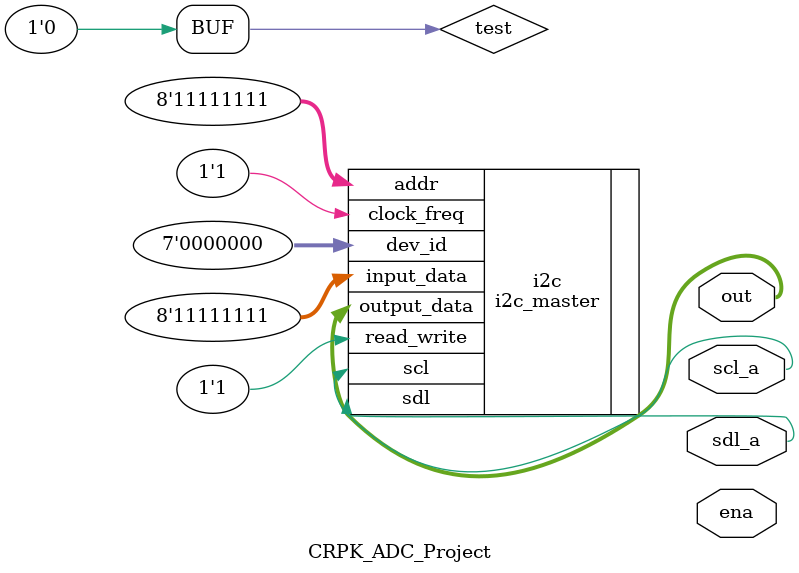
<source format=v>
module CRPK_ADC_Project
(
	output sdl_a,
	output scl_a,
	output ena,
	output [7:0] out
);

reg en;
wire [7:0] output_wire;
reg sdl;
reg scl;


i2c_master i2c(
	.clock_freq(1'b1),
	.dev_id(7'b0000000),
	.addr(8'b11111111),
	.input_data(8'b11111111),
	.read_write(1'b1),
//	.enable(ena),
	.output_data(out),
	.sdl(sdl_a),
	.scl(scl_a)
);

assign test = 1'b0;
// assign sdl_a = sdl;
// assign scl_a = scl;
// assign out = output_wire;

endmodule
</source>
